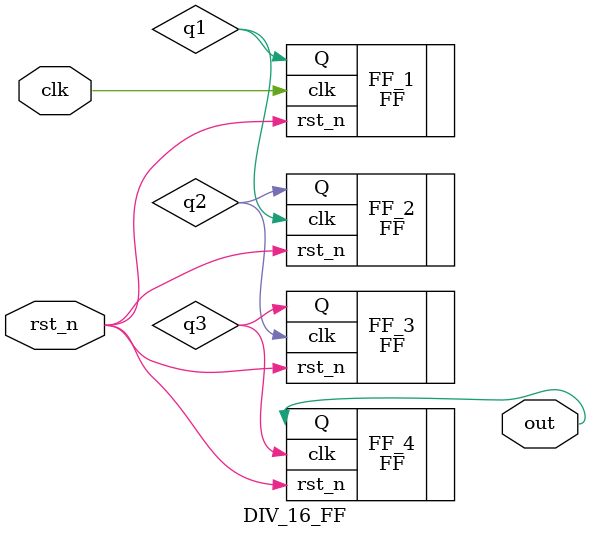
<source format=v>
module DIV_16_FF (
	input clk,
	input rst_n,
	output out
);

	wire q1,q2,q3;

	FF FF_1 (
		.clk(clk),
		.rst_n(rst_n),
		.Q(q1)
	);

	FF FF_2 (
		.clk(q1),
		.rst_n(rst_n),
		.Q(q2)
	);

	FF FF_3 (
		.clk(q2),
		.rst_n(rst_n),
		.Q(q3)
	);

	FF FF_4 (
		.clk(q3),
		.rst_n(rst_n),
		.Q(out)
	);

endmodule
</source>
